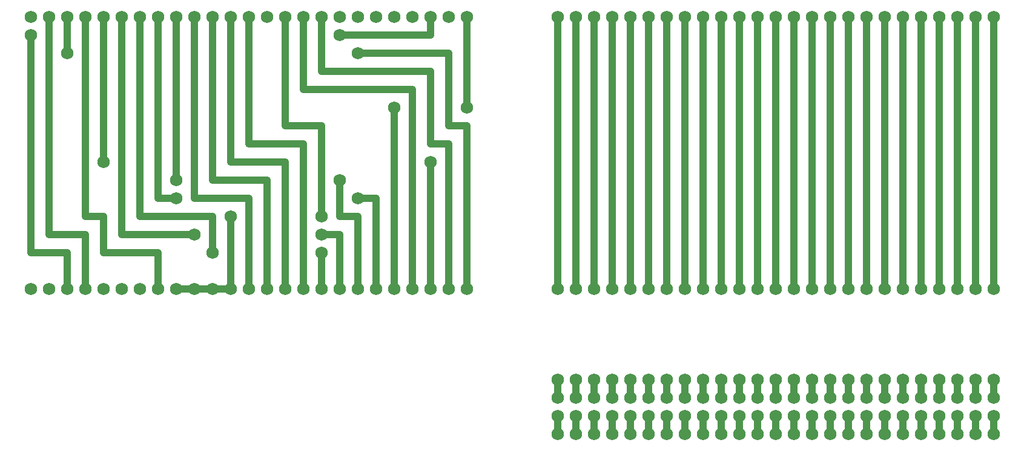
<source format=gbr>
G04 DesignSpark PCB Gerber Version 10.0 Build 5299*
%FSLAX35Y35*%
%MOIN*%
%ADD29C,0.03937*%
%ADD80C,0.06890*%
X0Y0D02*
D02*
D29*
X40250Y100250D02*
Y120250D01*
X20250D01*
Y240250D01*
X40250Y250250D02*
Y230250D01*
X50250Y100250D02*
Y130250D01*
X30250D01*
Y250250D01*
X50250D02*
Y140250D01*
X60250D01*
Y120250D01*
X90250D01*
Y100250D01*
X60250Y250250D02*
Y170250D01*
X70250Y250250D02*
Y130250D01*
X110250D01*
X90250Y250250D02*
Y150250D01*
X100250D01*
Y250250D02*
Y160250D01*
X110250Y100250D02*
X100250D01*
X120250D02*
X110250D01*
X120250Y120250D02*
Y140250D01*
X80250D01*
Y250250D01*
X120250D02*
Y160250D01*
X150250D01*
Y100250D01*
X130250D02*
X120250D01*
X130250Y140250D02*
Y100250D01*
X140250D02*
Y150250D01*
X110250D01*
Y250250D01*
X140250D02*
Y180250D01*
X170250D01*
Y100250D01*
X160250D02*
Y170250D01*
X130250D01*
Y250250D01*
X160250D02*
Y190250D01*
X180250D01*
Y140250D01*
X170250Y250250D02*
Y210250D01*
X230250D01*
Y100250D01*
X180250Y120250D02*
Y100250D01*
Y250250D02*
Y220250D01*
X240250D01*
Y180250D01*
X250250D01*
Y100250D01*
X190250D02*
Y130250D01*
X180250D01*
X190250Y160250D02*
Y140250D01*
X200250D01*
Y100250D01*
X190250Y240250D02*
X240250D01*
Y250250D01*
X200250Y150250D02*
X210250D01*
Y100250D01*
X200250Y230250D02*
X250250D01*
Y190250D01*
X260250D01*
Y100250D01*
X220250D02*
Y200250D01*
X240250Y100250D02*
Y170250D01*
X260250Y200250D02*
Y250250D01*
X310250Y30250D02*
Y20250D01*
Y40250D02*
Y50250D01*
Y100250D02*
Y250250D01*
X320250Y30250D02*
Y20250D01*
Y40250D02*
Y50250D01*
Y250250D02*
Y100250D01*
X330250Y30250D02*
Y20250D01*
Y40250D02*
Y50250D01*
Y100250D02*
Y250250D01*
X340250Y30250D02*
Y20250D01*
Y40250D02*
Y50250D01*
Y250250D02*
Y100250D01*
X350250Y30250D02*
Y20250D01*
Y40250D02*
Y50250D01*
Y100250D02*
Y250250D01*
X360250Y30250D02*
Y20250D01*
Y40250D02*
Y50250D01*
Y250250D02*
Y100250D01*
X370250Y30250D02*
Y20250D01*
Y40250D02*
Y50250D01*
Y100250D02*
Y250250D01*
X380250Y30250D02*
Y20250D01*
Y40250D02*
Y50250D01*
Y100250D02*
Y250250D01*
X390250Y30250D02*
Y20250D01*
Y40250D02*
Y50250D01*
Y250250D02*
Y100250D01*
X400250Y30250D02*
Y20250D01*
Y40250D02*
Y50250D01*
Y100250D02*
Y250250D01*
X410250Y30250D02*
Y20250D01*
Y40250D02*
Y50250D01*
Y250250D02*
Y100250D01*
X420250Y30250D02*
Y20250D01*
Y40250D02*
Y50250D01*
Y100250D02*
Y250250D01*
X430250Y30250D02*
Y20250D01*
Y40250D02*
Y50250D01*
Y250250D02*
Y100250D01*
X440250Y30250D02*
Y20250D01*
Y40250D02*
Y50250D01*
Y100250D02*
Y250250D01*
X450250Y30250D02*
Y20250D01*
Y40250D02*
Y50250D01*
Y250250D02*
Y100250D01*
X460250Y30250D02*
Y20250D01*
Y40250D02*
Y50250D01*
Y100250D02*
Y250250D01*
X470250Y30250D02*
Y20250D01*
Y40250D02*
Y50250D01*
Y250250D02*
Y100250D01*
X480250Y30250D02*
Y20250D01*
Y40250D02*
Y50250D01*
Y100250D02*
Y250250D01*
X490250Y30250D02*
Y20250D01*
Y40250D02*
Y50250D01*
Y250250D02*
Y100250D01*
X500250Y30250D02*
Y20250D01*
Y40250D02*
Y50250D01*
Y100250D02*
Y250250D01*
X510250Y30250D02*
Y20250D01*
Y40250D02*
Y50250D01*
Y100250D02*
Y250250D01*
X520250Y30250D02*
Y20250D01*
Y40250D02*
Y50250D01*
Y250250D02*
Y100250D01*
X530250Y30250D02*
Y20250D01*
Y40250D02*
Y50250D01*
Y100250D02*
Y250250D01*
X540250Y30250D02*
Y20250D01*
Y40250D02*
Y50250D01*
Y250250D02*
Y100250D01*
X550250Y30250D02*
Y20250D01*
Y40250D02*
Y50250D01*
Y100250D02*
Y250250D01*
D02*
D80*
X20250Y100250D03*
Y240250D03*
Y250250D03*
X30250Y100250D03*
Y250250D03*
X40250Y100250D03*
Y230250D03*
Y250250D03*
X50250Y100250D03*
Y250250D03*
X60250Y100250D03*
Y170250D03*
Y250250D03*
X70250Y100250D03*
Y250250D03*
X80250Y100250D03*
Y250250D03*
X90250Y100250D03*
Y250250D03*
X100250Y100250D03*
Y150250D03*
Y160250D03*
Y250250D03*
X110250Y100250D03*
Y130250D03*
Y250250D03*
X120250Y100250D03*
Y120250D03*
Y250250D03*
X130250Y100250D03*
Y140250D03*
Y250250D03*
X140250Y100250D03*
Y250250D03*
X150250Y100250D03*
Y250250D03*
X160250Y100250D03*
Y250250D03*
X170250Y100250D03*
Y250250D03*
X180250Y100250D03*
Y120250D03*
Y130250D03*
Y140250D03*
Y250250D03*
X190250Y100250D03*
Y160250D03*
Y240250D03*
Y250250D03*
X200250Y100250D03*
Y150250D03*
Y230250D03*
Y250250D03*
X210250Y100250D03*
Y250250D03*
X220250Y100250D03*
Y200250D03*
Y250250D03*
X230250Y100250D03*
Y250250D03*
X240250Y100250D03*
Y170250D03*
Y250250D03*
X250250Y100250D03*
Y250250D03*
X260250Y100250D03*
Y200250D03*
Y250250D03*
X310250Y20250D03*
Y30250D03*
Y40250D03*
Y50250D03*
Y100250D03*
Y250250D03*
X320250Y20250D03*
Y30250D03*
Y40250D03*
Y50250D03*
Y100250D03*
Y250250D03*
X330250Y20250D03*
Y30250D03*
Y40250D03*
Y50250D03*
Y100250D03*
Y250250D03*
X340250Y20250D03*
Y30250D03*
Y40250D03*
Y50250D03*
Y100250D03*
Y250250D03*
X350250Y20250D03*
Y30250D03*
Y40250D03*
Y50250D03*
Y100250D03*
Y250250D03*
X360250Y20250D03*
Y30250D03*
Y40250D03*
Y50250D03*
Y100250D03*
Y250250D03*
X370250Y20250D03*
Y30250D03*
Y40250D03*
Y50250D03*
Y100250D03*
Y250250D03*
X380250Y20250D03*
Y30250D03*
Y40250D03*
Y50250D03*
Y100250D03*
Y250250D03*
X390250Y20250D03*
Y30250D03*
Y40250D03*
Y50250D03*
Y100250D03*
Y250250D03*
X400250Y20250D03*
Y30250D03*
Y40250D03*
Y50250D03*
Y100250D03*
Y250250D03*
X410250Y20250D03*
Y30250D03*
Y40250D03*
Y50250D03*
Y100250D03*
Y250250D03*
X420250Y20250D03*
Y30250D03*
Y40250D03*
Y50250D03*
Y100250D03*
Y250250D03*
X430250Y20250D03*
Y30250D03*
Y40250D03*
Y50250D03*
Y100250D03*
Y250250D03*
X440250Y20250D03*
Y30250D03*
Y40250D03*
Y50250D03*
Y100250D03*
Y250250D03*
X450250Y20250D03*
Y30250D03*
Y40250D03*
Y50250D03*
Y100250D03*
Y250250D03*
X460250Y20250D03*
Y30250D03*
Y40250D03*
Y50250D03*
Y100250D03*
Y250250D03*
X470250Y20250D03*
Y30250D03*
Y40250D03*
Y50250D03*
Y100250D03*
Y250250D03*
X480250Y20250D03*
Y30250D03*
Y40250D03*
Y50250D03*
Y100250D03*
Y250250D03*
X490250Y20250D03*
Y30250D03*
Y40250D03*
Y50250D03*
Y100250D03*
Y250250D03*
X500250Y20250D03*
Y30250D03*
Y40250D03*
Y50250D03*
Y100250D03*
Y250250D03*
X510250Y20250D03*
Y30250D03*
Y40250D03*
Y50250D03*
Y100250D03*
Y250250D03*
X520250Y20250D03*
Y30250D03*
Y40250D03*
Y50250D03*
Y100250D03*
Y250250D03*
X530250Y20250D03*
Y30250D03*
Y40250D03*
Y50250D03*
Y100250D03*
Y250250D03*
X540250Y20250D03*
Y30250D03*
Y40250D03*
Y50250D03*
Y100250D03*
Y250250D03*
X550250Y20250D03*
Y30250D03*
Y40250D03*
Y50250D03*
Y100250D03*
Y250250D03*
X0Y0D02*
M02*

</source>
